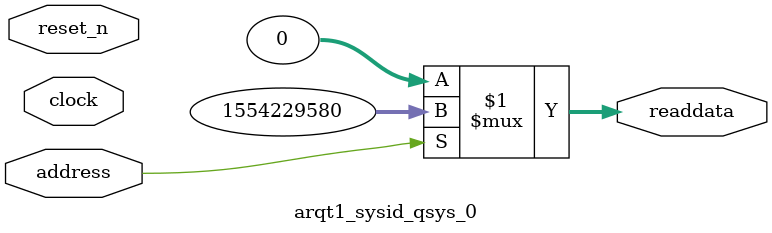
<source format=v>

`timescale 1ns / 1ps
// synthesis translate_on

// turn off superfluous verilog processor warnings 
// altera message_level Level1 
// altera message_off 10034 10035 10036 10037 10230 10240 10030 

module arqt1_sysid_qsys_0 (
               // inputs:
                address,
                clock,
                reset_n,

               // outputs:
                readdata
             )
;

  output  [ 31: 0] readdata;
  input            address;
  input            clock;
  input            reset_n;

  wire    [ 31: 0] readdata;
  //control_slave, which is an e_avalon_slave
  assign readdata = address ? 1554229580 : 0;

endmodule




</source>
